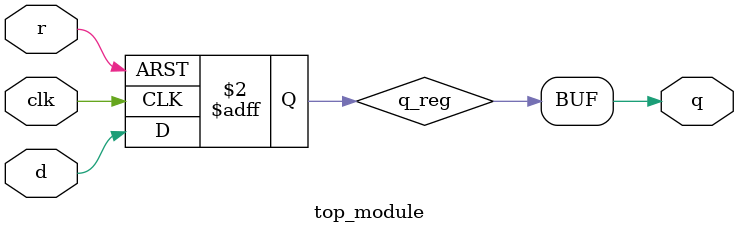
<source format=sv>
module top_module (
  input clk,
  input d,
  input r,
  output logic q
);

  logic q_reg;
  
  always_ff @(posedge clk or posedge r)
  begin
    if (r)
      q_reg <= 0;
    else
      q_reg <= d;
  end
  
  assign q = q_reg;
  
endmodule

</source>
